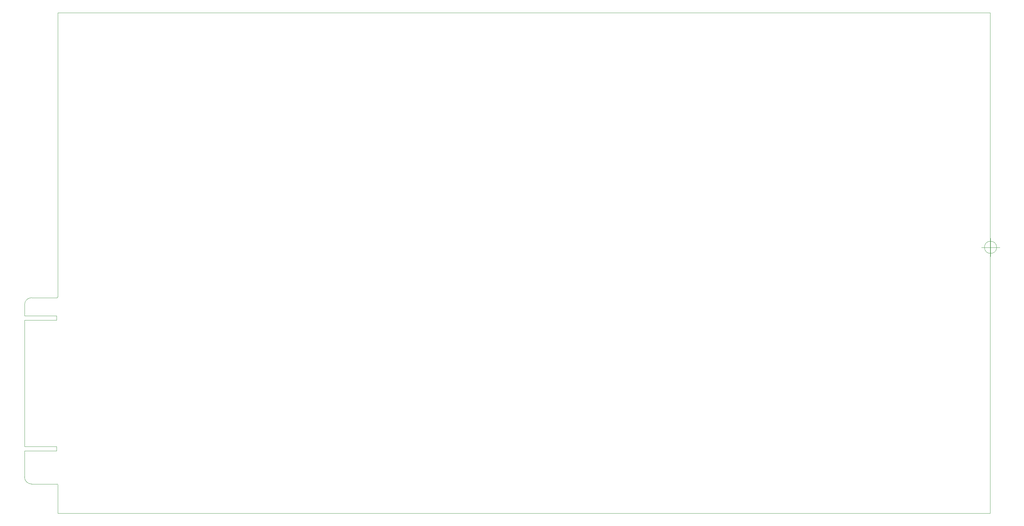
<source format=gbr>
%TF.GenerationSoftware,KiCad,Pcbnew,(6.0.4-0)*%
%TF.CreationDate,2022-05-16T08:16:05-04:00*%
%TF.ProjectId,VIC20Reloaded-1.1-002,56494332-3052-4656-9c6f-616465642d31,1.1-002D*%
%TF.SameCoordinates,Original*%
%TF.FileFunction,Profile,NP*%
%FSLAX46Y46*%
G04 Gerber Fmt 4.6, Leading zero omitted, Abs format (unit mm)*
G04 Created by KiCad (PCBNEW (6.0.4-0)) date 2022-05-16 08:16:05*
%MOMM*%
%LPD*%
G01*
G04 APERTURE LIST*
%TA.AperFunction,Profile*%
%ADD10C,0.050000*%
%TD*%
%TA.AperFunction,Profile*%
%ADD11C,0.050003*%
%TD*%
G04 APERTURE END LIST*
D10*
X47378500Y-159034000D02*
X301371000Y-159034000D01*
X301371000Y-159034000D02*
X301371000Y-22479000D01*
X47378500Y-159034000D02*
X47386000Y-151234000D01*
D11*
X301371000Y-22479000D02*
X47371000Y-22479000D01*
D10*
X47371000Y-22479000D02*
X47386000Y-99984000D01*
X303164666Y-86487000D02*
G75*
G03*
X303164666Y-86487000I-1666666J0D01*
G01*
X298998000Y-86487000D02*
X303998000Y-86487000D01*
X301498000Y-83987000D02*
X301498000Y-88987000D01*
X38306000Y-141979000D02*
X38308038Y-149104000D01*
X47086000Y-105159000D02*
X47086000Y-106359000D01*
X47046000Y-140789000D02*
X38306000Y-140789000D01*
X47086000Y-106359000D02*
X38336000Y-106359000D01*
X38336000Y-105149000D02*
X38338500Y-102114000D01*
X47046000Y-140789000D02*
X47046000Y-141989000D01*
X40243500Y-100209000D02*
X47228500Y-100209000D01*
X38336000Y-106359000D02*
X38306000Y-140789000D01*
X47086000Y-105159000D02*
X38336000Y-105149000D01*
X40213038Y-151009000D02*
X47228500Y-151009000D01*
X47046000Y-141989000D02*
X38306000Y-141979000D01*
X47385995Y-151233999D02*
G75*
G03*
X47228500Y-151009000I-207895J22099D01*
G01*
X40243500Y-100209000D02*
G75*
G03*
X38338500Y-102114000I1J-1905001D01*
G01*
X47228500Y-100209001D02*
G75*
G03*
X47386000Y-99984000I-50378J202890D01*
G01*
X38308040Y-149104000D02*
G75*
G03*
X40213038Y-151009000I1905000J0D01*
G01*
M02*

</source>
